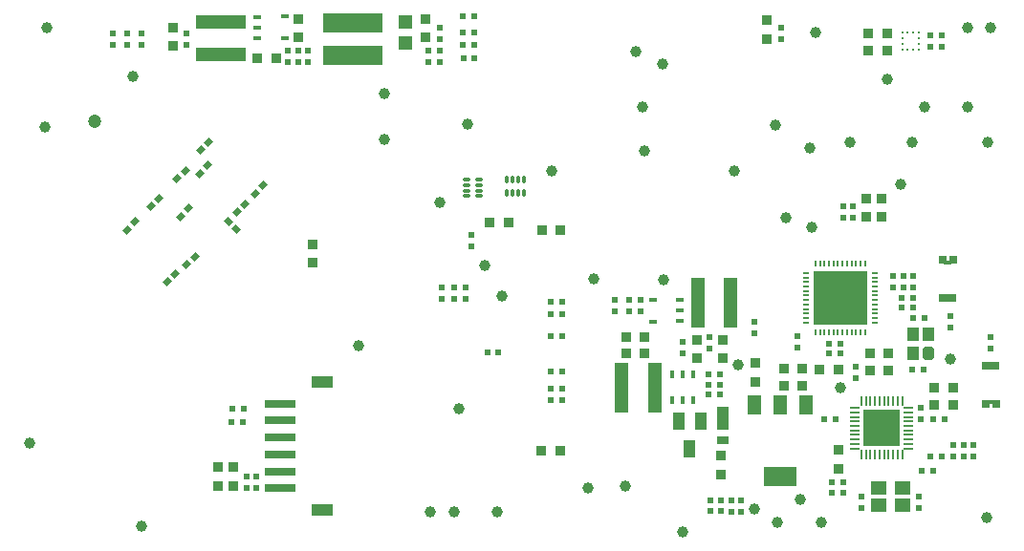
<source format=gbp>
G04 Layer_Color=128*
%FSLAX25Y25*%
%MOIN*%
G70*
G01*
G75*
%ADD10O,0.03100X0.01200*%
%ADD11O,0.01200X0.03100*%
%ADD13R,0.05118X0.17323*%
%ADD14R,0.03543X0.03543*%
%ADD15C,0.03937*%
%ADD16R,0.01969X0.02362*%
%ADD17R,0.17323X0.05118*%
%ADD18R,0.03543X0.03543*%
%ADD19R,0.02362X0.01969*%
G04:AMPARAMS|DCode=20|XSize=19.69mil|YSize=23.62mil|CornerRadius=0mil|HoleSize=0mil|Usage=FLASHONLY|Rotation=45.000|XOffset=0mil|YOffset=0mil|HoleType=Round|Shape=Rectangle|*
%AMROTATEDRECTD20*
4,1,4,0.00139,-0.01531,-0.01531,0.00139,-0.00139,0.01531,0.01531,-0.00139,0.00139,-0.01531,0.0*
%
%ADD20ROTATEDRECTD20*%

%ADD32R,0.02756X0.01575*%
%ADD41C,0.04724*%
%ADD81R,0.06299X0.03150*%
%ADD82R,0.02559X0.03150*%
%ADD83R,0.03150X0.01575*%
%ADD84R,0.20866X0.06693*%
%ADD85R,0.04331X0.03150*%
%ADD86R,0.04331X0.07874*%
%ADD87R,0.04000X0.06000*%
%ADD88R,0.01575X0.02756*%
G04:AMPARAMS|DCode=89|XSize=19.69mil|YSize=23.62mil|CornerRadius=0mil|HoleSize=0mil|Usage=FLASHONLY|Rotation=315.000|XOffset=0mil|YOffset=0mil|HoleType=Round|Shape=Rectangle|*
%AMROTATEDRECTD89*
4,1,4,-0.01531,-0.00139,0.00139,0.01531,0.01531,0.00139,-0.00139,-0.01531,-0.01531,-0.00139,0.0*
%
%ADD89ROTATEDRECTD89*%

%ADD90R,0.05512X0.04724*%
%ADD91R,0.07480X0.04331*%
%ADD92R,0.10630X0.02756*%
%ADD93R,0.11800X0.06500*%
%ADD94R,0.04500X0.06500*%
G04:AMPARAMS|DCode=95|XSize=43.31mil|YSize=47.24mil|CornerRadius=0mil|HoleSize=0mil|Usage=FLASHONLY|Rotation=180.000|XOffset=0mil|YOffset=0mil|HoleType=Round|Shape=Octagon|*
%AMOCTAGOND95*
4,1,8,0.01083,-0.02362,-0.01083,-0.02362,-0.02165,-0.01280,-0.02165,0.01280,-0.01083,0.02362,0.01083,0.02362,0.02165,0.01280,0.02165,-0.01280,0.01083,-0.02362,0.0*
%
%ADD95OCTAGOND95*%

%ADD96R,0.04331X0.04724*%
%ADD97O,0.02559X0.00787*%
%ADD98O,0.00787X0.02559*%
%ADD99R,0.18504X0.18504*%
%ADD100R,0.00984X0.01083*%
%ADD101R,0.01083X0.00984*%
%ADD102R,0.04921X0.05118*%
%ADD103O,0.00787X0.03740*%
%ADD104O,0.03740X0.00787*%
%ADD105R,0.12992X0.12992*%
D10*
X158712Y-56110D02*
D03*
Y-58079D02*
D03*
Y-60047D02*
D03*
Y-62016D02*
D03*
X163160D02*
D03*
Y-60047D02*
D03*
Y-58079D02*
D03*
Y-56110D02*
D03*
D11*
X178626Y-56257D02*
D03*
X176656D02*
D03*
X174688D02*
D03*
X172720D02*
D03*
Y-60705D02*
D03*
X174688D02*
D03*
X176656D02*
D03*
X178626D02*
D03*
D13*
X239291Y-99315D02*
D03*
X250709D02*
D03*
X212791Y-128815D02*
D03*
X224209D02*
D03*
D14*
X77500Y-163065D02*
D03*
Y-156565D02*
D03*
X259457Y-120222D02*
D03*
Y-126722D02*
D03*
X56500Y-3065D02*
D03*
Y-9565D02*
D03*
X297957Y-69222D02*
D03*
Y-62722D02*
D03*
X72000Y-156565D02*
D03*
Y-163065D02*
D03*
X104937Y-85213D02*
D03*
Y-78713D02*
D03*
X288500Y-157065D02*
D03*
Y-150565D02*
D03*
X100000Y-65D02*
D03*
Y-6565D02*
D03*
X248000Y-118565D02*
D03*
Y-112065D02*
D03*
X247500Y-152565D02*
D03*
Y-159065D02*
D03*
X239000Y-112065D02*
D03*
Y-118565D02*
D03*
X303457Y-69222D02*
D03*
Y-62722D02*
D03*
X263500Y-7065D02*
D03*
Y-565D02*
D03*
X144500Y-65D02*
D03*
Y-6565D02*
D03*
D15*
X234000Y-179315D02*
D03*
X275000Y-167815D02*
D03*
X220000Y-30815D02*
D03*
X159000Y-36815D02*
D03*
X42500Y-20315D02*
D03*
X292500Y-43315D02*
D03*
X333500Y-30815D02*
D03*
X121000Y-114315D02*
D03*
X333465Y-3150D02*
D03*
X341339D02*
D03*
X305500Y-21315D02*
D03*
X149500Y-64315D02*
D03*
X130000Y-42315D02*
D03*
X280500Y-4815D02*
D03*
X6500Y-148315D02*
D03*
X340000Y-174315D02*
D03*
X12500Y-3315D02*
D03*
X340500Y-43315D02*
D03*
X252000Y-53315D02*
D03*
X266508Y-37327D02*
D03*
X227500Y-91315D02*
D03*
X310000Y-57815D02*
D03*
X314000Y-43315D02*
D03*
X227000Y-15815D02*
D03*
X130000Y-26315D02*
D03*
X220781Y-46315D02*
D03*
X156000Y-136315D02*
D03*
X217766Y-11549D02*
D03*
X45500Y-177315D02*
D03*
X214126Y-163189D02*
D03*
X11719Y-37815D02*
D03*
X318500Y-30815D02*
D03*
X327500Y-118815D02*
D03*
X282500Y-175815D02*
D03*
X188500Y-53315D02*
D03*
X169500Y-172315D02*
D03*
X259000Y-171315D02*
D03*
X146000Y-172315D02*
D03*
X289000Y-128815D02*
D03*
X165000Y-86315D02*
D03*
X154500Y-172315D02*
D03*
X279000Y-72815D02*
D03*
X171000Y-96815D02*
D03*
X270000Y-69560D02*
D03*
X203000Y-90815D02*
D03*
X266874Y-175815D02*
D03*
X253500Y-120815D02*
D03*
X278500Y-45315D02*
D03*
X201000Y-163815D02*
D03*
D16*
X254500Y-172283D02*
D03*
Y-168347D02*
D03*
X251000Y-172283D02*
D03*
Y-168347D02*
D03*
X85500Y-159846D02*
D03*
Y-163784D02*
D03*
X61000Y-5347D02*
D03*
Y-9284D02*
D03*
X82000Y-159846D02*
D03*
Y-163784D02*
D03*
X35437Y-5094D02*
D03*
Y-9031D02*
D03*
X40437D02*
D03*
Y-5094D02*
D03*
X289957Y-69441D02*
D03*
Y-65504D02*
D03*
X293457Y-69441D02*
D03*
Y-65504D02*
D03*
X331957Y-152941D02*
D03*
Y-149004D02*
D03*
X103500Y-15283D02*
D03*
Y-11347D02*
D03*
X320500Y-5847D02*
D03*
Y-9783D02*
D03*
X100000Y-11347D02*
D03*
Y-15283D02*
D03*
X294457Y-121504D02*
D03*
Y-125441D02*
D03*
X219500Y-98347D02*
D03*
Y-102284D02*
D03*
X215500Y-98347D02*
D03*
Y-102284D02*
D03*
X149500Y-11347D02*
D03*
Y-15283D02*
D03*
X45437Y-9031D02*
D03*
Y-5094D02*
D03*
X160237Y-79532D02*
D03*
Y-75595D02*
D03*
X316957Y-136004D02*
D03*
Y-139941D02*
D03*
X328457Y-152941D02*
D03*
Y-149004D02*
D03*
X335457Y-152941D02*
D03*
Y-149004D02*
D03*
X273957Y-111004D02*
D03*
Y-114941D02*
D03*
X307457Y-93941D02*
D03*
Y-90004D02*
D03*
X296457Y-167004D02*
D03*
Y-170941D02*
D03*
X316457D02*
D03*
Y-167004D02*
D03*
X234000Y-116783D02*
D03*
Y-112847D02*
D03*
X314457Y-93941D02*
D03*
Y-90004D02*
D03*
X154500Y-97783D02*
D03*
Y-93846D02*
D03*
X158500D02*
D03*
Y-97783D02*
D03*
X150000D02*
D03*
Y-93846D02*
D03*
X96500Y-11347D02*
D03*
Y-15283D02*
D03*
X210500Y-98347D02*
D03*
Y-102284D02*
D03*
X243500Y-115284D02*
D03*
Y-111346D02*
D03*
X259000Y-109783D02*
D03*
Y-105847D02*
D03*
X310957Y-93941D02*
D03*
Y-90004D02*
D03*
X268500Y-7283D02*
D03*
Y-3347D02*
D03*
X324500Y-5847D02*
D03*
Y-9783D02*
D03*
X145500Y-15283D02*
D03*
Y-11347D02*
D03*
X149500Y-3347D02*
D03*
Y-7283D02*
D03*
X341500Y-115284D02*
D03*
Y-111346D02*
D03*
X327500Y-103847D02*
D03*
Y-107783D02*
D03*
D17*
X73000Y-1106D02*
D03*
Y-12524D02*
D03*
D18*
X269250Y-122315D02*
D03*
X275750D02*
D03*
X269250Y-128315D02*
D03*
X275750D02*
D03*
X288207Y-122472D02*
D03*
X281707D02*
D03*
X191487Y-73863D02*
D03*
X184987D02*
D03*
X321707Y-128972D02*
D03*
X328207D02*
D03*
X298750Y-11315D02*
D03*
X305250D02*
D03*
X305707Y-116972D02*
D03*
X299207D02*
D03*
X328207Y-134972D02*
D03*
X321707D02*
D03*
X191287Y-150763D02*
D03*
X184787D02*
D03*
X298750Y-5315D02*
D03*
X305250D02*
D03*
X305707Y-122972D02*
D03*
X299207D02*
D03*
X166750Y-71315D02*
D03*
X173250D02*
D03*
X92250Y-13815D02*
D03*
X85750D02*
D03*
X214250Y-111315D02*
D03*
X220750D02*
D03*
Y-116815D02*
D03*
X214250D02*
D03*
D19*
X243032Y-124315D02*
D03*
X246969D02*
D03*
X246969Y-127815D02*
D03*
X243032D02*
D03*
X321425Y-157973D02*
D03*
X317488D02*
D03*
X325425Y-139972D02*
D03*
X321488D02*
D03*
X287425D02*
D03*
X283488D02*
D03*
X324425Y-152972D02*
D03*
X320488D02*
D03*
X157369Y837D02*
D03*
X161305D02*
D03*
X161406Y-4963D02*
D03*
X157468D02*
D03*
X157369Y-9263D02*
D03*
X161305D02*
D03*
X284988Y-116972D02*
D03*
X288925D02*
D03*
X76768Y-140863D02*
D03*
X80705D02*
D03*
X289925Y-161972D02*
D03*
X285988D02*
D03*
Y-165472D02*
D03*
X289925D02*
D03*
X165868Y-116563D02*
D03*
X169806D02*
D03*
X314425Y-97473D02*
D03*
X310488D02*
D03*
X314425Y-100972D02*
D03*
X310488D02*
D03*
X313988Y-122472D02*
D03*
X317925D02*
D03*
X318425Y-104472D02*
D03*
X314488D02*
D03*
X284988Y-113472D02*
D03*
X288925D02*
D03*
X243032Y-131315D02*
D03*
X246969D02*
D03*
X188031Y-123315D02*
D03*
X191969D02*
D03*
Y-110863D02*
D03*
X188031D02*
D03*
Y-103163D02*
D03*
X191969D02*
D03*
Y-98963D02*
D03*
X188031D02*
D03*
Y-133315D02*
D03*
X191969D02*
D03*
X77075Y-136266D02*
D03*
X81012D02*
D03*
X188031Y-129315D02*
D03*
X191969D02*
D03*
X161469Y-13815D02*
D03*
X157531D02*
D03*
X243531Y-171815D02*
D03*
X247468D02*
D03*
X247468Y-168315D02*
D03*
X243531D02*
D03*
D20*
X75567Y-70864D02*
D03*
X78351Y-73648D02*
D03*
D32*
X223551Y-98075D02*
D03*
Y-105752D02*
D03*
X233000Y-105555D02*
D03*
Y-101815D02*
D03*
Y-98075D02*
D03*
X95286Y-7003D02*
D03*
Y674D02*
D03*
X85837Y477D02*
D03*
Y-3263D02*
D03*
Y-7003D02*
D03*
D41*
X29000Y-35815D02*
D03*
D81*
X326457Y-97665D02*
D03*
X341457Y-121280D02*
D03*
D82*
X324587Y-84280D02*
D03*
X328327Y-84280D02*
D03*
X339587Y-134665D02*
D03*
X343327Y-134665D02*
D03*
D83*
X326457Y-85067D02*
D03*
X341457Y-133878D02*
D03*
D84*
X119000Y-13024D02*
D03*
Y-1606D02*
D03*
D85*
X248000Y-147055D02*
D03*
D86*
Y-139575D02*
D03*
D87*
X236500Y-150236D02*
D03*
X240240Y-140394D02*
D03*
X232760D02*
D03*
D88*
X237740Y-124287D02*
D03*
X234000D02*
D03*
X230260D02*
D03*
Y-133343D02*
D03*
X234000D02*
D03*
X237740D02*
D03*
D89*
X66067Y-45846D02*
D03*
X68851Y-43062D02*
D03*
X65567Y-54146D02*
D03*
X68351Y-51362D02*
D03*
X81351Y-64862D02*
D03*
X78567Y-67646D02*
D03*
X87851Y-58362D02*
D03*
X85067Y-61146D02*
D03*
X43012Y-70995D02*
D03*
X40229Y-73779D02*
D03*
X48567Y-65646D02*
D03*
X51351Y-62862D02*
D03*
X61851Y-66362D02*
D03*
X59067Y-69146D02*
D03*
X61079Y-85865D02*
D03*
X63863Y-83081D02*
D03*
X54299Y-91914D02*
D03*
X57083Y-89130D02*
D03*
X60559Y-53062D02*
D03*
X57775Y-55846D02*
D03*
D90*
X302457Y-163972D02*
D03*
X310724D02*
D03*
Y-169878D02*
D03*
X302457D02*
D03*
D91*
X108268Y-126772D02*
D03*
Y-171654D02*
D03*
D92*
X93701Y-134449D02*
D03*
Y-140355D02*
D03*
Y-146260D02*
D03*
Y-152166D02*
D03*
Y-158071D02*
D03*
Y-163977D02*
D03*
D93*
X268000Y-159815D02*
D03*
D94*
X277100Y-134815D02*
D03*
X268000D02*
D03*
X258900D02*
D03*
D95*
X319713Y-116819D02*
D03*
D96*
X314201D02*
D03*
Y-110126D02*
D03*
X319713Y-110126D02*
D03*
D97*
X277047Y-106134D02*
D03*
Y-104559D02*
D03*
Y-102984D02*
D03*
Y-101409D02*
D03*
Y-99835D02*
D03*
Y-98260D02*
D03*
Y-96685D02*
D03*
Y-95110D02*
D03*
Y-93535D02*
D03*
Y-91961D02*
D03*
Y-90386D02*
D03*
Y-88811D02*
D03*
X300866D02*
D03*
Y-90386D02*
D03*
Y-91961D02*
D03*
Y-93535D02*
D03*
Y-95110D02*
D03*
Y-96685D02*
D03*
Y-98260D02*
D03*
Y-99835D02*
D03*
Y-101409D02*
D03*
Y-102984D02*
D03*
Y-104559D02*
D03*
Y-106134D02*
D03*
D98*
X280295Y-85563D02*
D03*
X281870D02*
D03*
X283445D02*
D03*
X285020D02*
D03*
X286595D02*
D03*
X288169D02*
D03*
X289744D02*
D03*
X291319D02*
D03*
X292894D02*
D03*
X294468D02*
D03*
X296043D02*
D03*
X297618D02*
D03*
Y-109382D02*
D03*
X296043D02*
D03*
X294468D02*
D03*
X292894D02*
D03*
X291319D02*
D03*
X289744D02*
D03*
X288169D02*
D03*
X286595D02*
D03*
X285020D02*
D03*
X283445D02*
D03*
X281870D02*
D03*
X280295D02*
D03*
D99*
X288957Y-97473D02*
D03*
D100*
X312516Y-10768D02*
D03*
X314484D02*
D03*
X314484Y-4862D02*
D03*
X312516Y-4862D02*
D03*
D101*
X316453Y-10768D02*
D03*
Y-8799D02*
D03*
Y-6831D02*
D03*
Y-4862D02*
D03*
X310547D02*
D03*
Y-6831D02*
D03*
Y-8799D02*
D03*
Y-10768D02*
D03*
D102*
X137500Y-1075D02*
D03*
Y-8555D02*
D03*
D103*
X310543Y-152323D02*
D03*
X308968D02*
D03*
X307394D02*
D03*
X305819D02*
D03*
X304244D02*
D03*
X302669D02*
D03*
X301095D02*
D03*
X299520D02*
D03*
X297945D02*
D03*
X296370D02*
D03*
Y-133622D02*
D03*
X297945D02*
D03*
X299520D02*
D03*
X301095D02*
D03*
X302669D02*
D03*
X304244D02*
D03*
X305819D02*
D03*
X307394D02*
D03*
X308968D02*
D03*
X310543D02*
D03*
D104*
X294106Y-150059D02*
D03*
Y-148484D02*
D03*
Y-146909D02*
D03*
Y-145335D02*
D03*
Y-143760D02*
D03*
Y-142185D02*
D03*
Y-140610D02*
D03*
Y-139035D02*
D03*
Y-137461D02*
D03*
Y-135886D02*
D03*
X312807D02*
D03*
Y-137461D02*
D03*
Y-139035D02*
D03*
Y-140610D02*
D03*
Y-142185D02*
D03*
Y-143760D02*
D03*
Y-145335D02*
D03*
Y-146909D02*
D03*
Y-148484D02*
D03*
Y-150059D02*
D03*
D105*
X303457Y-142972D02*
D03*
M02*

</source>
